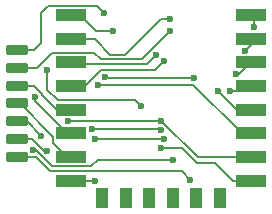
<source format=gbr>
%TF.GenerationSoftware,KiCad,Pcbnew,7.0.7*%
%TF.CreationDate,2024-02-13T12:42:50+00:00*%
%TF.ProjectId,gosund-esp-adapter,676f7375-6e64-42d6-9573-702d61646170,rev?*%
%TF.SameCoordinates,Original*%
%TF.FileFunction,Copper,L1,Top*%
%TF.FilePolarity,Positive*%
%FSLAX46Y46*%
G04 Gerber Fmt 4.6, Leading zero omitted, Abs format (unit mm)*
G04 Created by KiCad (PCBNEW 7.0.7) date 2024-02-13 12:42:50*
%MOMM*%
%LPD*%
G01*
G04 APERTURE LIST*
G04 Aperture macros list*
%AMRoundRect*
0 Rectangle with rounded corners*
0 $1 Rounding radius*
0 $2 $3 $4 $5 $6 $7 $8 $9 X,Y pos of 4 corners*
0 Add a 4 corners polygon primitive as box body*
4,1,4,$2,$3,$4,$5,$6,$7,$8,$9,$2,$3,0*
0 Add four circle primitives for the rounded corners*
1,1,$1+$1,$2,$3*
1,1,$1+$1,$4,$5*
1,1,$1+$1,$6,$7*
1,1,$1+$1,$8,$9*
0 Add four rect primitives between the rounded corners*
20,1,$1+$1,$2,$3,$4,$5,0*
20,1,$1+$1,$4,$5,$6,$7,0*
20,1,$1+$1,$6,$7,$8,$9,0*
20,1,$1+$1,$8,$9,$2,$3,0*%
G04 Aperture macros list end*
%TA.AperFunction,SMDPad,CuDef*%
%ADD10R,2.500000X1.000000*%
%TD*%
%TA.AperFunction,SMDPad,CuDef*%
%ADD11R,1.000000X1.800000*%
%TD*%
%TA.AperFunction,SMDPad,CuDef*%
%ADD12RoundRect,0.090000X-0.810000X-0.360000X0.810000X-0.360000X0.810000X0.360000X-0.810000X0.360000X0*%
%TD*%
%TA.AperFunction,ViaPad*%
%ADD13C,0.600000*%
%TD*%
%TA.AperFunction,Conductor*%
%ADD14C,0.200000*%
%TD*%
G04 APERTURE END LIST*
D10*
%TO.P,U2,1,~{RST}*%
%TO.N,Net-(U2-~{RST})*%
X152908000Y-109444000D03*
%TO.P,U2,2,ADC*%
%TO.N,/ADC*%
X152908000Y-111444000D03*
%TO.P,U2,3,EN*%
%TO.N,Net-(U2-EN)*%
X152908000Y-113444000D03*
%TO.P,U2,4,GPIO16*%
%TO.N,/IO16*%
X152908000Y-115444000D03*
%TO.P,U2,5,GPIO14*%
%TO.N,/IO14*%
X152908000Y-117444000D03*
%TO.P,U2,6,GPIO12*%
%TO.N,/IO12*%
X152908000Y-119444000D03*
%TO.P,U2,7,GPIO13*%
%TO.N,/IO13*%
X152908000Y-121444000D03*
%TO.P,U2,8,VCC*%
%TO.N,VCC*%
X152908000Y-123444000D03*
D11*
%TO.P,U2,9,CS0*%
%TO.N,unconnected-(U2-CS0-Pad9)*%
X155508000Y-124944000D03*
%TO.P,U2,10,MISO*%
%TO.N,unconnected-(U2-MISO-Pad10)*%
X157508000Y-124944000D03*
%TO.P,U2,11,GPIO9*%
%TO.N,unconnected-(U2-GPIO9-Pad11)*%
X159508000Y-124944000D03*
%TO.P,U2,12,GPIO10*%
%TO.N,unconnected-(U2-GPIO10-Pad12)*%
X161508000Y-124944000D03*
%TO.P,U2,13,MOSI*%
%TO.N,unconnected-(U2-MOSI-Pad13)*%
X163508000Y-124944000D03*
%TO.P,U2,14,SCLK*%
%TO.N,unconnected-(U2-SCLK-Pad14)*%
X165508000Y-124944000D03*
D10*
%TO.P,U2,15,GND*%
%TO.N,GND*%
X168108000Y-123444000D03*
%TO.P,U2,16,GPIO15*%
%TO.N,/IO15*%
X168108000Y-121444000D03*
%TO.P,U2,17,GPIO2*%
%TO.N,/IO2*%
X168108000Y-119444000D03*
%TO.P,U2,18,GPIO0*%
%TO.N,/IO0*%
X168108000Y-117444000D03*
%TO.P,U2,19,GPIO4*%
%TO.N,/IO4*%
X168108000Y-115444000D03*
%TO.P,U2,20,GPIO5*%
%TO.N,/IO5*%
X168108000Y-113444000D03*
%TO.P,U2,21,GPIO3/RXD*%
%TO.N,/RX*%
X168108000Y-111444000D03*
%TO.P,U2,22,GPIO1/TXD*%
%TO.N,/TX*%
X168108000Y-109444000D03*
%TD*%
D12*
%TO.P,J1,1,TX*%
%TO.N,/TX*%
X148325000Y-121412000D03*
%TO.P,J1,2,A18*%
%TO.N,/IO5*%
X148325000Y-119912000D03*
%TO.P,J1,3,A12*%
%TO.N,/IO0*%
X148325000Y-118412000D03*
%TO.P,J1,4,A11*%
%TO.N,/IO13*%
X148325000Y-116912000D03*
%TO.P,J1,5,A13*%
%TO.N,/IO14*%
X148325000Y-115412000D03*
%TO.P,J1,6,A10*%
%TO.N,/JP1*%
X148325000Y-113912000D03*
%TO.P,J1,7,VCC*%
%TO.N,VCC*%
X148325000Y-112412000D03*
%TD*%
D13*
%TO.N,/TX*%
X162983911Y-123359911D03*
%TO.N,VCC*%
X155702000Y-109220000D03*
X154940000Y-123444000D03*
%TO.N,GND*%
X158793000Y-117094000D03*
X160517121Y-120678881D03*
X150876000Y-114046000D03*
%TO.N,Net-(U2-EN)*%
X160062911Y-112818911D03*
%TO.N,Net-(U2-~{RST})*%
X156456974Y-110824675D03*
%TO.N,/IO0*%
X150368000Y-119634000D03*
X155744911Y-114645500D03*
X163336833Y-114726095D03*
X165354000Y-115824000D03*
%TO.N,/IO15*%
X160528000Y-118364000D03*
X152654000Y-118443502D03*
%TO.N,/IO12*%
X149860000Y-116332000D03*
%TO.N,/IO2*%
X155194000Y-115316000D03*
%TO.N,/IO4*%
X154686000Y-119043002D03*
X160503840Y-119187663D03*
X166370000Y-115824000D03*
%TO.N,/IO5*%
X154940000Y-119888000D03*
X150876000Y-120904000D03*
X160798961Y-119930703D03*
X166878000Y-114444498D03*
%TO.N,/RX*%
X161544000Y-121666000D03*
X167640000Y-112444498D03*
X149697389Y-120875283D03*
%TO.N,/TX*%
X168402000Y-110444498D03*
%TO.N,/IO16*%
X160782000Y-113284000D03*
%TO.N,/JP1*%
X161290000Y-110744000D03*
%TO.N,/ADC*%
X161290000Y-109728000D03*
%TD*%
D14*
%TO.N,/TX*%
X162268000Y-122644000D02*
X162983911Y-123359911D01*
X151092000Y-122644000D02*
X162268000Y-122644000D01*
X149923283Y-121475283D02*
X151092000Y-122644000D01*
X149448860Y-121475283D02*
X149923283Y-121475283D01*
X149385577Y-121412000D02*
X149448860Y-121475283D01*
X148325000Y-121412000D02*
X149385577Y-121412000D01*
%TO.N,/RX*%
X149891336Y-120875283D02*
X149697389Y-120875283D01*
X151260053Y-122244000D02*
X149891336Y-120875283D01*
X155194000Y-121666000D02*
X154616000Y-122244000D01*
X154616000Y-122244000D02*
X151260053Y-122244000D01*
X161544000Y-121666000D02*
X155194000Y-121666000D01*
%TO.N,GND*%
X165100000Y-121920000D02*
X166624000Y-123444000D01*
X166624000Y-123444000D02*
X168108000Y-123444000D01*
X162277195Y-120678881D02*
X163518314Y-121920000D01*
X163518314Y-121920000D02*
X165100000Y-121920000D01*
X160517121Y-120678881D02*
X162277195Y-120678881D01*
%TO.N,VCC*%
X155126000Y-108644000D02*
X155702000Y-109220000D01*
X149716000Y-112412000D02*
X150368000Y-111760000D01*
X152908000Y-123444000D02*
X154940000Y-123444000D01*
X150944000Y-108644000D02*
X155126000Y-108644000D01*
X148325000Y-112412000D02*
X149716000Y-112412000D01*
X150368000Y-111760000D02*
X150368000Y-109220000D01*
X150368000Y-109220000D02*
X150944000Y-108644000D01*
%TO.N,GND*%
X150876000Y-114046000D02*
X150876000Y-115762000D01*
X158343000Y-116644000D02*
X158793000Y-117094000D01*
X150876000Y-115762000D02*
X151758000Y-116644000D01*
X151758000Y-116644000D02*
X158343000Y-116644000D01*
%TO.N,Net-(U2-EN)*%
X152908000Y-113444000D02*
X153040000Y-113576000D01*
X159305822Y-113576000D02*
X160062911Y-112818911D01*
X153040000Y-113576000D02*
X159305822Y-113576000D01*
%TO.N,Net-(U2-~{RST})*%
X152908000Y-109444000D02*
X153658000Y-109444000D01*
X153658000Y-109444000D02*
X155038675Y-110824675D01*
X155038675Y-110824675D02*
X156456974Y-110824675D01*
%TO.N,/IO0*%
X155825506Y-114726095D02*
X155744911Y-114645500D01*
X163336833Y-114726095D02*
X155825506Y-114726095D01*
X168108000Y-117444000D02*
X166974000Y-117444000D01*
X148325000Y-118412000D02*
X149146000Y-118412000D01*
X166974000Y-117444000D02*
X165354000Y-115824000D01*
X149146000Y-118412000D02*
X150368000Y-119634000D01*
%TO.N,/IO15*%
X163608000Y-121444000D02*
X160528000Y-118364000D01*
X160448498Y-118443502D02*
X160528000Y-118364000D01*
X168108000Y-121444000D02*
X163608000Y-121444000D01*
X152654000Y-118443502D02*
X160448498Y-118443502D01*
%TO.N,/IO14*%
X148325000Y-115412000D02*
X149788529Y-115412000D01*
X150460000Y-116083471D02*
X150460000Y-116170000D01*
X149788529Y-115412000D02*
X150460000Y-116083471D01*
X151734000Y-117444000D02*
X152908000Y-117444000D01*
X150460000Y-116170000D02*
X151734000Y-117444000D01*
%TO.N,/IO12*%
X149860000Y-116332000D02*
X149860000Y-116725457D01*
X152578543Y-119444000D02*
X152908000Y-119444000D01*
X149860000Y-116725457D02*
X152578543Y-119444000D01*
%TO.N,/IO13*%
X152558000Y-121444000D02*
X152908000Y-121444000D01*
X148546543Y-116912000D02*
X151358000Y-119723457D01*
X151358000Y-120244000D02*
X152558000Y-121444000D01*
X148325000Y-116912000D02*
X148546543Y-116912000D01*
X151358000Y-119723457D02*
X151358000Y-120244000D01*
%TO.N,/IO2*%
X155194000Y-115316000D02*
X163230000Y-115316000D01*
X163230000Y-115316000D02*
X167358000Y-119444000D01*
X167358000Y-119444000D02*
X168108000Y-119444000D01*
%TO.N,/IO4*%
X154686000Y-119043002D02*
X160359179Y-119043002D01*
X167728000Y-115824000D02*
X168108000Y-115444000D01*
X160359179Y-119043002D02*
X160503840Y-119187663D01*
X166370000Y-115824000D02*
X167728000Y-115824000D01*
%TO.N,/IO5*%
X154940000Y-119888000D02*
X160756258Y-119888000D01*
X166878000Y-114444498D02*
X167107502Y-114444498D01*
X167107502Y-114444498D02*
X168108000Y-113444000D01*
X148325000Y-119912000D02*
X149582635Y-119912000D01*
X160756258Y-119888000D02*
X160798961Y-119930703D01*
X149582635Y-119912000D02*
X150574635Y-120904000D01*
X150574635Y-120904000D02*
X150876000Y-120904000D01*
%TO.N,/RX*%
X168108000Y-111444000D02*
X168108000Y-111976498D01*
X168108000Y-111976498D02*
X167640000Y-112444498D01*
%TO.N,/TX*%
X168402000Y-110444498D02*
X168402000Y-109738000D01*
X168402000Y-109738000D02*
X168108000Y-109444000D01*
%TO.N,/IO16*%
X154050000Y-115444000D02*
X152908000Y-115444000D01*
X160782000Y-113284000D02*
X160020000Y-114046000D01*
X160020000Y-114046000D02*
X155448000Y-114046000D01*
X155448000Y-114046000D02*
X154050000Y-115444000D01*
%TO.N,/JP1*%
X151262000Y-112644000D02*
X149994000Y-113912000D01*
X154858000Y-112644000D02*
X151262000Y-112644000D01*
X161290000Y-110744000D02*
X158858000Y-113176000D01*
X155390000Y-113176000D02*
X154858000Y-112644000D01*
X158858000Y-113176000D02*
X155390000Y-113176000D01*
X149994000Y-113912000D02*
X148325000Y-113912000D01*
%TO.N,/ADC*%
X157734000Y-112522000D02*
X160528000Y-109728000D01*
X156210000Y-112776000D02*
X157480000Y-112776000D01*
X154878000Y-111444000D02*
X156210000Y-112776000D01*
X157480000Y-112776000D02*
X157734000Y-112522000D01*
X160528000Y-109728000D02*
X161290000Y-109728000D01*
X152908000Y-111444000D02*
X154878000Y-111444000D01*
%TD*%
M02*

</source>
